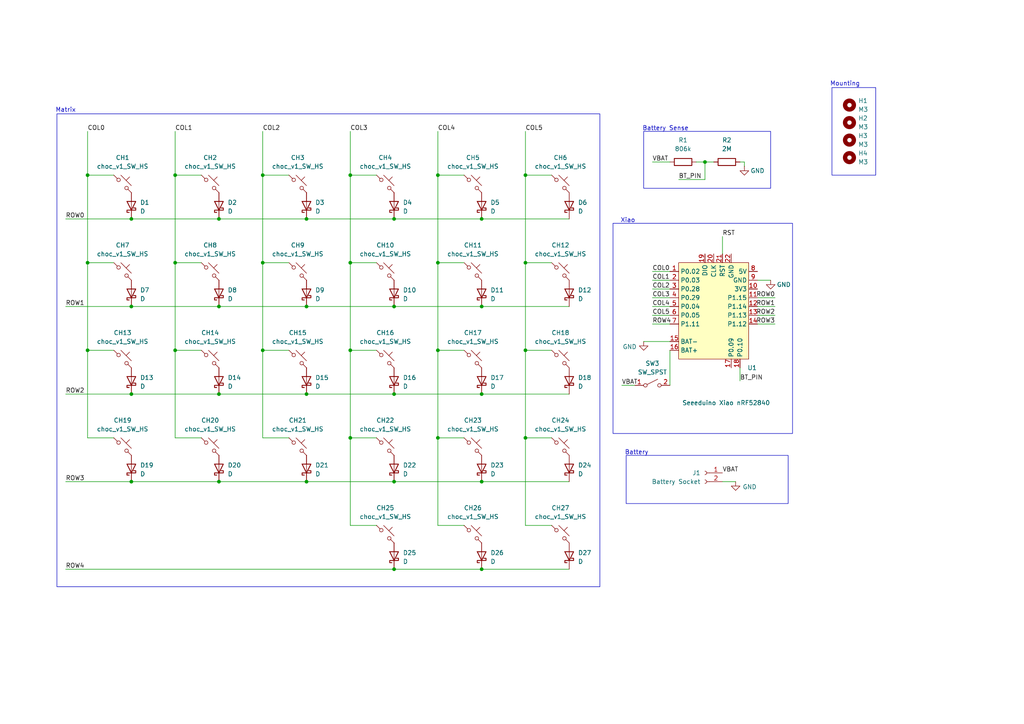
<source format=kicad_sch>
(kicad_sch (version 20250114) (generator "eeschema") (generator_version "9.0")
  (paper "A4")
  (lib_symbols
    (symbol "Connector:Conn_01x02_Socket" (pin_names (offset 1.016) (hide yes))
      (property "Reference" "J" (at 0 2.54 0))
      (property "Value" "Conn_01x02_Socket" (at 0 -5.08 0))
      (symbol "Conn_01x02_Socket_1_1"
        (polyline (pts (xy -1.27 0) (xy -0.508 0)) (stroke (width 0.1524)))
        (polyline (pts (xy -1.27 -2.54) (xy -0.508 -2.54)) (stroke (width 0.1524)))
        (arc (start 0 -0.508) (mid -0.5058 0) (end 0 0.508) (stroke (width 0.1524)))
        (arc (start 0 -3.048) (mid -0.5058 -2.54) (end 0 -2.032) (stroke (width 0.1524)))
        (pin passive line (at -5.08 0 0) (length 3.81) (name "Pin_1") (number "1"))
        (pin passive line (at -5.08 -2.54 0) (length 3.81) (name "Pin_2") (number "2"))
      )
    )
    (symbol "Device:R" (pin_numbers (hide yes)) (pin_names (offset 0))
      (property "Reference" "R" (at 2.032 0 90))
      (property "Value" "R" (at 0 0 90))
      (symbol "R_0_1"
        (rectangle (start -1.016 -2.54) (end 1.016 2.54) (stroke (width 0.254)))
      )
      (symbol "R_1_1"
        (pin passive line (at 0 3.81 270) (length 1.27) (name "~") (number "1"))
        (pin passive line (at 0 -3.81 90) (length 1.27) (name "~") (number "2"))
      )
    )
    (symbol "Diode:1N5819" (pin_numbers (hide yes)) (pin_names (offset 1.016) (hide yes))
      (property "Reference" "D" (at 0 2.54 0))
      (property "Value" "1N5819" (at 0 -2.54 0))
      (symbol "1N5819_0_1"
        (polyline (pts (xy -1.905 0.635) (xy -1.905 1.27) (xy -1.27 1.27) (xy -1.27 -1.27) (xy -0.635 -1.27) (xy -0.635 -0.635)) (stroke (width 0.254)))
        (polyline (pts (xy 1.27 1.27) (xy 1.27 -1.27) (xy -1.27 0) (xy 1.27 1.27)) (stroke (width 0.254)))
        (polyline (pts (xy 1.27 0) (xy -1.27 0)))
      )
      (symbol "1N5819_1_1"
        (pin passive line (at -3.81 0 0) (length 2.54) (name "K") (number "1"))
        (pin passive line (at 3.81 0 180) (length 2.54) (name "A") (number "2"))
      )
    )
    (symbol "Mechanical:MountingHole" (pin_names (offset 1.016)) (in_bom no)
      (property "Reference" "H" (at 0 5.08 0))
      (property "Value" "MountingHole" (at 0 3.175 0))
      (symbol "MountingHole_0_1"
        (circle (center 0 0) (radius 1.27) (stroke (width 1.27)))
      )
    )
    (symbol "PCM_marbastlib-choc:choc_v1_SW_HS_CPG135001S30" (pin_numbers (hide yes)) (pin_names (offset 1.016) (hide yes))
      (property "Reference" "CH" (at 3.048 1.016 0))
      (property "Value" "choc_v1_SW_HS" (at 0 -3.81 0))
      (symbol "choc_v1_SW_HS_CPG135001S30_0_1"
        (polyline (pts (xy -2.54 2.54) (xy -1.524 1.524) (xy -1.524 1.524)))
        (circle (center -1.1684 1.1684) (radius 0.508))
        (polyline (pts (xy -0.508 2.54) (xy 2.54 -0.508)))
        (polyline (pts (xy 1.016 1.016) (xy 2.032 2.032)))
        (circle (center 1.143 -1.1938) (radius 0.508))
        (polyline (pts (xy 1.524 -1.524) (xy 2.54 -2.54) (xy 2.54 -2.54) (xy 2.54 -2.54)))
        (pin passive line (at -2.54 2.54 0) (length 0) (name "1") (number "1"))
        (pin passive line (at 2.54 -2.54 180) (length 0) (name "2") (number "2"))
      )
    )
    (symbol "PCM_marbastlib-promicroish:Seeeduino_Xiao_nRF52840" (in_bom no)
      (property "Reference" "U" (at -10.16 -12.7 0))
      (property "Value" "Seeeduino Xiao nRF52840" (at -10.16 -15.24 0))
      (symbol "Seeeduino_Xiao_nRF52840_1_0"
        (pin bidirectional line (at -12.7 13.97 0) (length 2.54) (name "P0.02") (number "1"))
        (pin bidirectional line (at -12.7 11.43 0) (length 2.54) (name "P0.03") (number "2"))
        (pin bidirectional line (at -12.7 8.89 0) (length 2.54) (name "P0.28") (number "3"))
        (pin bidirectional line (at -12.7 6.35 0) (length 2.54) (name "P0.29") (number "4"))
        (pin bidirectional line (at -12.7 3.81 0) (length 2.54) (name "P0.04") (number "5"))
        (pin bidirectional line (at -12.7 1.27 0) (length 2.54) (name "P0.05") (number "6"))
        (pin bidirectional line (at -12.7 -1.27 0) (length 2.54) (name "P1.11") (number "7"))
        (pin power_in line (at -12.7 -6.35 0) (length 2.54) (name "BAT-") (number "15"))
        (pin power_in line (at -12.7 -8.89 0) (length 2.54) (name "BAT+") (number "16"))
        (pin bidirectional line (at -2.54 19.05 270) (length 2.54) (name "DIO") (number "19"))
        (pin bidirectional line (at 0 19.05 270) (length 2.54) (name "CLK") (number "20"))
        (pin bidirectional line (at 2.54 19.05 270) (length 2.54) (name "RST") (number "21"))
        (pin power_out line (at 5.08 19.05 270) (length 2.54) (name "GND") (number "22"))
        (pin bidirectional line (at 5.08 -13.97 90) (length 2.54) (name "P0.09") (number "17"))
        (pin bidirectional line (at 7.62 -13.97 90) (length 2.54) (name "P0.10") (number "18"))
        (pin power_out line (at 12.7 13.97 180) (length 2.54) (name "5V") (number "8"))
        (pin power_out line (at 12.7 11.43 180) (length 2.54) (name "GND") (number "9"))
        (pin power_out line (at 12.7 8.89 180) (length 2.54) (name "3V3") (number "10"))
        (pin bidirectional line (at 12.7 6.35 180) (length 2.54) (name "P1.15") (number "11"))
        (pin bidirectional line (at 12.7 3.81 180) (length 2.54) (name "P1.14") (number "12"))
        (pin bidirectional line (at 12.7 1.27 180) (length 2.54) (name "P1.13") (number "13"))
        (pin bidirectional line (at 12.7 -1.27 180) (length 2.54) (name "P1.12") (number "14"))
      )
      (symbol "Seeeduino_Xiao_nRF52840_1_1"
        (rectangle (start -10.16 16.51) (end 10.16 -11.43) (fill (type background)))
      )
    )
    (symbol "Switch:SW_SPST" (pin_names (offset 0) (hide yes))
      (property "Reference" "SW" (at 0 3.175 0))
      (property "Value" "SW_SPST" (at 0 -2.54 0))
      (symbol "SW_SPST_0_0"
        (circle (center -2.032 0) (radius 0.508))
        (polyline (pts (xy -1.524 0.254) (xy 1.524 1.778)))
        (circle (center 2.032 0) (radius 0.508))
      )
      (symbol "SW_SPST_1_1"
        (pin passive line (at -5.08 0 0) (length 2.54) (name "A") (number "1"))
        (pin passive line (at 5.08 0 180) (length 2.54) (name "B") (number "2"))
      )
    )
    (symbol "power:GND" (power) (pin_numbers (hide yes)) (pin_names (offset 0) (hide yes))
      (property "Value" "GND" (at 0 -3.81 0))
      (symbol "GND_0_1"
        (polyline (pts (xy 0 0) (xy 0 -1.27) (xy 1.27 -1.27) (xy 0 -2.54) (xy -1.27 -1.27) (xy 0 -1.27)))
      )
      (symbol "GND_1_1"
        (pin power_in line (at 0 0 270) (length 0) (name "~") (number "1"))
      )
    )
  )
  (rectangle (start 241.3 25.4) (end 254 50.8))
  (rectangle (start 181.61 132.08) (end 228.6 146.05))
  (rectangle (start 16.51 33.02) (end 173.99 170.18))
  (rectangle (start 177.8 64.77) (end 229.87 125.73))
  (rectangle (start 186.69 38.1) (end 223.52 54.61))
  (text "Battery Sense" (at 193.04 37.338 0) (effects (font (size 1.27 1.27))))
  (text "Xiao" (at 182.118 64.008 0) (effects (font (size 1.27 1.27))))
  (text "Mounting" (at 245.11 24.384 0) (effects (font (size 1.27 1.27))))
  (text "Battery" (at 184.658 131.318 0) (effects (font (size 1.27 1.27))))
  (text "Matrix" (at 19.05 32.004 0) (effects (font (size 1.27 1.27))))
  (junction (at 76.2 101.6))
  (junction (at 63.5 88.9))
  (junction (at 25.4 76.2))
  (junction (at 88.9 63.5))
  (junction (at 204.47 46.99))
  (junction (at 38.1 63.5))
  (junction (at 114.3 63.5))
  (junction (at 114.3 114.3))
  (junction (at 139.7 63.5))
  (junction (at 114.3 139.7))
  (junction (at 127 50.8))
  (junction (at 63.5 63.5))
  (junction (at 139.7 88.9))
  (junction (at 152.4 127))
  (junction (at 139.7 114.3))
  (junction (at 152.4 101.6))
  (junction (at 88.9 88.9))
  (junction (at 50.8 76.2))
  (junction (at 25.4 101.6))
  (junction (at 101.6 127))
  (junction (at 88.9 139.7))
  (junction (at 139.7 165.1))
  (junction (at 63.5 114.3))
  (junction (at 127 101.6))
  (junction (at 114.3 88.9))
  (junction (at 127 76.2))
  (junction (at 25.4 50.8))
  (junction (at 38.1 114.3))
  (junction (at 88.9 114.3))
  (junction (at 50.8 101.6))
  (junction (at 76.2 76.2))
  (junction (at 50.8 50.8))
  (junction (at 76.2 50.8))
  (junction (at 101.6 50.8))
  (junction (at 38.1 88.9))
  (junction (at 152.4 76.2))
  (junction (at 63.5 139.7))
  (junction (at 38.1 139.7))
  (junction (at 101.6 101.6))
  (junction (at 101.6 76.2))
  (junction (at 127 127))
  (junction (at 152.4 50.8))
  (junction (at 114.3 165.1))
  (junction (at 139.7 139.7))
  (wire (pts (xy 38.1 88.9) (xy 63.5 88.9)))
  (wire (pts (xy 25.4 50.8) (xy 33.02 50.8)))
  (wire (pts (xy 114.3 139.7) (xy 139.7 139.7)))
  (wire (pts (xy 114.3 88.9) (xy 139.7 88.9)))
  (wire (pts (xy 76.2 127) (xy 83.82 127)))
  (wire (pts (xy 152.4 127) (xy 152.4 152.4)))
  (wire (pts (xy 76.2 50.8) (xy 83.82 50.8)))
  (wire (pts (xy 25.4 38.1) (xy 25.4 50.8)))
  (wire (pts (xy 139.7 114.3) (xy 165.1 114.3)))
  (wire (pts (xy 219.71 81.28) (xy 223.52 81.28)))
  (wire (pts (xy 139.7 165.1) (xy 165.1 165.1)))
  (wire (pts (xy 101.6 101.6) (xy 101.6 127)))
  (wire (pts (xy 19.05 165.1) (xy 114.3 165.1)))
  (wire (pts (xy 204.47 52.07) (xy 196.85 52.07)))
  (wire (pts (xy 50.8 101.6) (xy 58.42 101.6)))
  (wire (pts (xy 204.47 46.99) (xy 204.47 52.07)))
  (wire (pts (xy 101.6 50.8) (xy 109.22 50.8)))
  (wire (pts (xy 63.5 114.3) (xy 88.9 114.3)))
  (wire (pts (xy 88.9 88.9) (xy 114.3 88.9)))
  (wire (pts (xy 101.6 101.6) (xy 109.22 101.6)))
  (wire (pts (xy 152.4 127) (xy 160.02 127)))
  (wire (pts (xy 127 127) (xy 127 152.4)))
  (wire (pts (xy 101.6 127) (xy 101.6 152.4)))
  (wire (pts (xy 189.23 78.74) (xy 194.31 78.74)))
  (wire (pts (xy 88.9 63.5) (xy 114.3 63.5)))
  (wire (pts (xy 152.4 76.2) (xy 160.02 76.2)))
  (wire (pts (xy 127 101.6) (xy 134.62 101.6)))
  (wire (pts (xy 76.2 101.6) (xy 83.82 101.6)))
  (wire (pts (xy 214.63 106.68) (xy 214.63 110.49)))
  (wire (pts (xy 152.4 76.2) (xy 152.4 101.6)))
  (wire (pts (xy 76.2 76.2) (xy 83.82 76.2)))
  (wire (pts (xy 152.4 50.8) (xy 152.4 76.2)))
  (wire (pts (xy 189.23 86.36) (xy 194.31 86.36)))
  (wire (pts (xy 189.23 93.98) (xy 194.31 93.98)))
  (wire (pts (xy 224.79 86.36) (xy 219.71 86.36)))
  (wire (pts (xy 152.4 38.1) (xy 152.4 50.8)))
  (wire (pts (xy 114.3 165.1) (xy 139.7 165.1)))
  (wire (pts (xy 134.62 152.4) (xy 127 152.4)))
  (wire (pts (xy 189.23 88.9) (xy 194.31 88.9)))
  (wire (pts (xy 189.23 83.82) (xy 194.31 83.82)))
  (wire (pts (xy 101.6 38.1) (xy 101.6 50.8)))
  (wire (pts (xy 201.93 46.99) (xy 204.47 46.99)))
  (wire (pts (xy 101.6 50.8) (xy 101.6 76.2)))
  (wire (pts (xy 215.9 46.99) (xy 215.9 48.26)))
  (wire (pts (xy 152.4 101.6) (xy 152.4 127)))
  (wire (pts (xy 25.4 127) (xy 33.02 127)))
  (wire (pts (xy 76.2 50.8) (xy 76.2 76.2)))
  (wire (pts (xy 50.8 127) (xy 58.42 127)))
  (wire (pts (xy 38.1 114.3) (xy 63.5 114.3)))
  (wire (pts (xy 127 38.1) (xy 127 50.8)))
  (wire (pts (xy 139.7 63.5) (xy 165.1 63.5)))
  (wire (pts (xy 209.55 68.58) (xy 209.55 73.66)))
  (wire (pts (xy 38.1 139.7) (xy 63.5 139.7)))
  (wire (pts (xy 127 127) (xy 134.62 127)))
  (wire (pts (xy 114.3 114.3) (xy 139.7 114.3)))
  (wire (pts (xy 114.3 63.5) (xy 139.7 63.5)))
  (wire (pts (xy 139.7 88.9) (xy 165.1 88.9)))
  (wire (pts (xy 139.7 139.7) (xy 165.1 139.7)))
  (wire (pts (xy 224.79 88.9) (xy 219.71 88.9)))
  (wire (pts (xy 204.47 46.99) (xy 207.01 46.99)))
  (wire (pts (xy 50.8 50.8) (xy 50.8 76.2)))
  (wire (pts (xy 127 76.2) (xy 127 101.6)))
  (wire (pts (xy 25.4 101.6) (xy 25.4 127)))
  (wire (pts (xy 101.6 76.2) (xy 109.22 76.2)))
  (wire (pts (xy 127 50.8) (xy 134.62 50.8)))
  (wire (pts (xy 25.4 76.2) (xy 33.02 76.2)))
  (wire (pts (xy 25.4 101.6) (xy 33.02 101.6)))
  (wire (pts (xy 224.79 91.44) (xy 219.71 91.44)))
  (wire (pts (xy 19.05 88.9) (xy 38.1 88.9)))
  (wire (pts (xy 180.34 111.76) (xy 184.15 111.76)))
  (wire (pts (xy 88.9 114.3) (xy 114.3 114.3)))
  (wire (pts (xy 101.6 127) (xy 109.22 127)))
  (wire (pts (xy 25.4 50.8) (xy 25.4 76.2)))
  (wire (pts (xy 209.55 139.7) (xy 213.36 139.7)))
  (wire (pts (xy 189.23 81.28) (xy 194.31 81.28)))
  (wire (pts (xy 101.6 76.2) (xy 101.6 101.6)))
  (wire (pts (xy 101.6 152.4) (xy 109.22 152.4)))
  (wire (pts (xy 214.63 46.99) (xy 215.9 46.99)))
  (wire (pts (xy 25.4 76.2) (xy 25.4 101.6)))
  (wire (pts (xy 50.8 38.1) (xy 50.8 50.8)))
  (wire (pts (xy 76.2 76.2) (xy 76.2 101.6)))
  (wire (pts (xy 19.05 63.5) (xy 38.1 63.5)))
  (wire (pts (xy 152.4 50.8) (xy 160.02 50.8)))
  (wire (pts (xy 160.02 152.4) (xy 152.4 152.4)))
  (wire (pts (xy 194.31 101.6) (xy 194.31 111.76)))
  (wire (pts (xy 189.23 46.99) (xy 194.31 46.99)))
  (wire (pts (xy 38.1 63.5) (xy 63.5 63.5)))
  (wire (pts (xy 19.05 139.7) (xy 38.1 139.7)))
  (wire (pts (xy 76.2 38.1) (xy 76.2 50.8)))
  (wire (pts (xy 63.5 63.5) (xy 88.9 63.5)))
  (wire (pts (xy 63.5 139.7) (xy 88.9 139.7)))
  (wire (pts (xy 50.8 50.8) (xy 58.42 50.8)))
  (wire (pts (xy 127 76.2) (xy 134.62 76.2)))
  (wire (pts (xy 76.2 101.6) (xy 76.2 127)))
  (wire (pts (xy 50.8 76.2) (xy 50.8 101.6)))
  (wire (pts (xy 63.5 88.9) (xy 88.9 88.9)))
  (wire (pts (xy 19.05 114.3) (xy 38.1 114.3)))
  (wire (pts (xy 152.4 101.6) (xy 160.02 101.6)))
  (wire (pts (xy 186.69 99.06) (xy 194.31 99.06)))
  (wire (pts (xy 88.9 139.7) (xy 114.3 139.7)))
  (wire (pts (xy 50.8 76.2) (xy 58.42 76.2)))
  (wire (pts (xy 189.23 91.44) (xy 194.31 91.44)))
  (wire (pts (xy 127 50.8) (xy 127 76.2)))
  (wire (pts (xy 50.8 101.6) (xy 50.8 127)))
  (wire (pts (xy 127 101.6) (xy 127 127)))
  (wire (pts (xy 224.79 93.98) (xy 219.71 93.98)))
  (label "COL3" (at 101.6 38.1 0))
  (label "VBAT" (at 189.23 46.99 0))
  (label "RST" (at 209.55 68.58 0))
  (label "COL2" (at 189.23 83.82 0))
  (label "ROW1" (at 19.05 88.9 0))
  (label "COL0" (at 189.23 78.74 0))
  (label "ROW2" (at 224.79 91.44 180))
  (label "COL0" (at 25.4 38.1 0))
  (label "ROW0" (at 224.79 86.36 180))
  (label "COL4" (at 189.23 88.9 0))
  (label "ROW0" (at 19.05 63.5 0))
  (label "COL5" (at 152.4 38.1 0))
  (label "COL1" (at 50.8 38.1 0))
  (label "BT_PIN" (at 214.63 110.49 0))
  (label "ROW4" (at 19.05 165.1 0))
  (label "COL3" (at 189.23 86.36 0))
  (label "COL4" (at 127 38.1 0))
  (label "VBAT" (at 209.55 137.16 0))
  (label "VBAT" (at 180.34 111.76 0))
  (label "COL1" (at 189.23 81.28 0))
  (label "ROW3" (at 224.79 93.98 180))
  (label "ROW4" (at 189.23 93.98 0))
  (label "BT_PIN" (at 196.85 52.07 0))
  (label "COL2" (at 76.2 38.1 0))
  (label "ROW2" (at 19.05 114.3 0))
  (label "COL5" (at 189.23 91.44 0))
  (label "ROW3" (at 19.05 139.7 0))
  (label "ROW1" (at 224.79 88.9 180))
  (symbol (lib_id "Diode:1N5819") (at 165.1 161.29 90) (unit 1)
    (property "Reference" "D27" (at 167.64 160.3374 90) (effects (justify right)))
    (property "Value" "D" (at 167.64 162.8774 90) (effects (justify right)))
    (property "Footprint" "Diode_SMD:D_SOD-123" (effects (hide yes)))
    (property "Datasheet" "http://www.vishay.com/docs/88525/1n5817.pdf" (effects (hide yes)))
    (property "Description" "40V 1A Schottky Barrier Rectifier Diode, DO-41" (effects (hide yes)))
    (property "Sim.Device" "D" (effects (hide yes)))
    (property "Sim.Pins" "1=K 2=A" (effects (hide yes)))
    (instances (project "split-keeb-v2" (path "" (reference "D27") (unit 1)) (path "" (reference "D54") (unit 1))))
  )
  (symbol (lib_id "power:GND") (at 213.36 139.7 0) (unit 1)
    (property "Reference" "#PWR03" (effects (hide yes)))
    (property "Value" "GND" (at 217.424 141.224 0))
    (property "Description" "Power symbol creates a global label with name \"GND\" , ground" (effects (hide yes)))
    (instances (project "split-keeb-v2" (path "" (reference "#PWR03") (unit 1)) (path "" (reference "#PWR04") (unit 1))))
  )
  (symbol (lib_id "Diode:1N5819") (at 63.5 110.49 90) (unit 1)
    (property "Reference" "D14" (at 66.04 109.5374 90) (effects (justify right)))
    (property "Value" "D" (at 66.04 112.0774 90) (effects (justify right)))
    (property "Footprint" "Diode_SMD:D_SOD-123" (effects (hide yes)))
    (property "Datasheet" "http://www.vishay.com/docs/88525/1n5817.pdf" (effects (hide yes)))
    (property "Description" "40V 1A Schottky Barrier Rectifier Diode, DO-41" (effects (hide yes)))
    (property "Sim.Device" "D" (effects (hide yes)))
    (property "Sim.Pins" "1=K 2=A" (effects (hide yes)))
    (instances (project "split-keeb-v2" (path "" (reference "D14") (unit 1)) (path "" (reference "D34") (unit 1))))
  )
  (symbol (lib_id "Diode:1N5819") (at 88.9 85.09 90) (unit 1)
    (property "Reference" "D9" (at 91.44 84.1374 90) (effects (justify right)))
    (property "Value" "D" (at 91.44 86.6774 90) (effects (justify right)))
    (property "Footprint" "Diode_SMD:D_SOD-123" (effects (hide yes)))
    (property "Datasheet" "http://www.vishay.com/docs/88525/1n5817.pdf" (effects (hide yes)))
    (property "Description" "40V 1A Schottky Barrier Rectifier Diode, DO-41" (effects (hide yes)))
    (property "Sim.Device" "D" (effects (hide yes)))
    (property "Sim.Pins" "1=K 2=A" (effects (hide yes)))
    (instances (project "split-keeb-v2" (path "" (reference "D9") (unit 1)) (path "" (reference "D37") (unit 1))))
  )
  (symbol (lib_id "PCM_marbastlib-choc:choc_v1_SW_HS_CPG135001S30") (at 111.76 129.54 0) (unit 1)
    (property "Reference" "CH22" (at 111.76 121.92 0))
    (property "Value" "choc_v1_SW_HS" (at 111.76 124.46 0))
    (property "Footprint" "PCM_marbastlib-choc:SW_choc_v1_HS_CPG135001S30_1u" (effects (hide yes)))
    (property "Description" "Push button switch, normally open, two pins, 45° tilted" (effects (hide yes)))
    (instances (project "split-keeb-v2" (path "" (reference "CH22") (unit 1)) (path "" (reference "CH49") (unit 1))))
  )
  (symbol (lib_id "Diode:1N5819") (at 165.1 135.89 90) (unit 1)
    (property "Reference" "D24" (at 167.64 134.9374 90) (effects (justify right)))
    (property "Value" "D" (at 167.64 137.4774 90) (effects (justify right)))
    (property "Footprint" "Diode_SMD:D_SOD-123" (effects (hide yes)))
    (property "Datasheet" "http://www.vishay.com/docs/88525/1n5817.pdf" (effects (hide yes)))
    (property "Description" "40V 1A Schottky Barrier Rectifier Diode, DO-41" (effects (hide yes)))
    (property "Sim.Device" "D" (effects (hide yes)))
    (property "Sim.Pins" "1=K 2=A" (effects (hide yes)))
    (instances (project "split-keeb-v2" (path "" (reference "D24") (unit 1)) (path "" (reference "D53") (unit 1))))
  )
  (symbol (lib_id "PCM_marbastlib-choc:choc_v1_SW_HS_CPG135001S30") (at 137.16 129.54 0) (unit 1)
    (property "Reference" "CH23" (at 137.16 121.92 0))
    (property "Value" "choc_v1_SW_HS" (at 137.16 124.46 0))
    (property "Footprint" "PCM_marbastlib-choc:SW_choc_v1_HS_CPG135001S30_1u" (effects (hide yes)))
    (property "Description" "Push button switch, normally open, two pins, 45° tilted" (effects (hide yes)))
    (instances (project "split-keeb-v2" (path "" (reference "CH23") (unit 1)) (path "" (reference "CH50") (unit 1))))
  )
  (symbol (lib_id "Diode:1N5819") (at 139.7 135.89 90) (unit 1)
    (property "Reference" "D23" (at 142.24 134.9374 90) (effects (justify right)))
    (property "Value" "D" (at 142.24 137.4774 90) (effects (justify right)))
    (property "Footprint" "Diode_SMD:D_SOD-123" (effects (hide yes)))
    (property "Datasheet" "http://www.vishay.com/docs/88525/1n5817.pdf" (effects (hide yes)))
    (property "Description" "40V 1A Schottky Barrier Rectifier Diode, DO-41" (effects (hide yes)))
    (property "Sim.Device" "D" (effects (hide yes)))
    (property "Sim.Pins" "1=K 2=A" (effects (hide yes)))
    (instances (project "split-keeb-v2" (path "" (reference "D23") (unit 1)) (path "" (reference "D48") (unit 1))))
  )
  (symbol (lib_id "Diode:1N5819") (at 114.3 135.89 90) (unit 1)
    (property "Reference" "D22" (at 116.84 134.9374 90) (effects (justify right)))
    (property "Value" "D" (at 116.84 137.4774 90) (effects (justify right)))
    (property "Footprint" "Diode_SMD:D_SOD-123" (effects (hide yes)))
    (property "Datasheet" "http://www.vishay.com/docs/88525/1n5817.pdf" (effects (hide yes)))
    (property "Description" "40V 1A Schottky Barrier Rectifier Diode, DO-41" (effects (hide yes)))
    (property "Sim.Device" "D" (effects (hide yes)))
    (property "Sim.Pins" "1=K 2=A" (effects (hide yes)))
    (instances (project "split-keeb-v2" (path "" (reference "D22") (unit 1)) (path "" (reference "D43") (unit 1))))
  )
  (symbol (lib_id "PCM_marbastlib-choc:choc_v1_SW_HS_CPG135001S30") (at 60.96 104.14 0) (unit 1)
    (property "Reference" "CH14" (at 60.96 96.52 0))
    (property "Value" "choc_v1_SW_HS" (at 60.96 99.06 0))
    (property "Footprint" "PCM_marbastlib-choc:SW_choc_v1_HS_CPG135001S30_1u" (effects (hide yes)))
    (property "Description" "Push button switch, normally open, two pins, 45° tilted" (effects (hide yes)))
    (instances (project "split-keeb-v2" (path "" (reference "CH14") (unit 1)) (path "" (reference "CH41") (unit 1))))
  )
  (symbol (lib_id "Diode:1N5819") (at 88.9 59.69 90) (unit 1)
    (property "Reference" "D3" (at 91.44 58.7374 90) (effects (justify right)))
    (property "Value" "D" (at 91.44 61.2774 90) (effects (justify right)))
    (property "Footprint" "Diode_SMD:D_SOD-123" (effects (hide yes)))
    (property "Datasheet" "http://www.vishay.com/docs/88525/1n5817.pdf" (effects (hide yes)))
    (property "Description" "40V 1A Schottky Barrier Rectifier Diode, DO-41" (effects (hide yes)))
    (property "Sim.Device" "D" (effects (hide yes)))
    (property "Sim.Pins" "1=K 2=A" (effects (hide yes)))
    (instances (project "split-keeb-v2" (path "" (reference "D3") (unit 1)) (path "" (reference "D36") (unit 1))))
  )
  (symbol (lib_id "Device:R") (at 198.12 46.99 90) (unit 1)
    (property "Reference" "R1" (at 198.12 40.64 90))
    (property "Value" "806k" (at 198.12 43.18 90))
    (property "Footprint" "Resistor_SMD:R_0805_2012Metric" (effects (hide yes)))
    (property "Description" "Resistor" (effects (hide yes)))
    (instances (project "" (path "" (reference "R1") (unit 1)) (path "" (reference "R3") (unit 1))))
  )
  (symbol (lib_id "PCM_marbastlib-choc:choc_v1_SW_HS_CPG135001S30") (at 60.96 129.54 0) (unit 1)
    (property "Reference" "CH20" (at 60.96 121.92 0))
    (property "Value" "choc_v1_SW_HS" (at 60.96 124.46 0))
    (property "Footprint" "PCM_marbastlib-choc:SW_choc_v1_HS_CPG135001S30_1u" (effects (hide yes)))
    (property "Description" "Push button switch, normally open, two pins, 45° tilted" (effects (hide yes)))
    (instances (project "split-keeb-v2" (path "" (reference "CH20") (unit 1)) (path "" (reference "CH47") (unit 1))))
  )
  (symbol (lib_id "PCM_marbastlib-choc:choc_v1_SW_HS_CPG135001S30") (at 111.76 104.14 0) (unit 1)
    (property "Reference" "CH16" (at 111.76 96.52 0))
    (property "Value" "choc_v1_SW_HS" (at 111.76 99.06 0))
    (property "Footprint" "PCM_marbastlib-choc:SW_choc_v1_HS_CPG135001S30_1u" (effects (hide yes)))
    (property "Description" "Push button switch, normally open, two pins, 45° tilted" (effects (hide yes)))
    (instances (project "split-keeb-v2" (path "" (reference "CH16") (unit 1)) (path "" (reference "CH43") (unit 1))))
  )
  (symbol (lib_id "Diode:1N5819") (at 139.7 161.29 90) (unit 1)
    (property "Reference" "D26" (at 142.24 160.3374 90) (effects (justify right)))
    (property "Value" "D" (at 142.24 162.8774 90) (effects (justify right)))
    (property "Footprint" "Diode_SMD:D_SOD-123" (effects (hide yes)))
    (property "Datasheet" "http://www.vishay.com/docs/88525/1n5817.pdf" (effects (hide yes)))
    (property "Description" "40V 1A Schottky Barrier Rectifier Diode, DO-41" (effects (hide yes)))
    (property "Sim.Device" "D" (effects (hide yes)))
    (property "Sim.Pins" "1=K 2=A" (effects (hide yes)))
    (instances (project "split-keeb-v2" (path "" (reference "D26") (unit 1)) (path "" (reference "D49") (unit 1))))
  )
  (symbol (lib_id "PCM_marbastlib-choc:choc_v1_SW_HS_CPG135001S30") (at 111.76 154.94 0) (unit 1)
    (property "Reference" "CH25" (at 111.76 147.32 0))
    (property "Value" "choc_v1_SW_HS" (at 111.76 149.86 0))
    (property "Footprint" "PCM_marbastlib-choc:SW_choc_v1_HS_CPG135001S30_1u" (effects (hide yes)))
    (property "Description" "Push button switch, normally open, two pins, 45° tilted" (effects (hide yes)))
    (instances (project "split-keeb-v2" (path "" (reference "CH25") (unit 1)) (path "" (reference "CH52") (unit 1))))
  )
  (symbol (lib_id "Switch:SW_SPST") (at 189.23 111.76 0) (unit 1)
    (property "Reference" "SW3" (at 189.23 105.41 0))
    (property "Value" "SW_SPST" (at 189.23 107.95 0))
    (property "Footprint" "Button_Switch_SMD:SW_SPDT_PCM12" (effects (hide yes)))
    (property "Description" "Single Pole Single Throw (SPST) switch" (effects (hide yes)))
    (instances (project "" (path "" (reference "SW3") (unit 1)) (path "" (reference "SW4") (unit 1))))
  )
  (symbol (lib_id "Diode:1N5819") (at 88.9 135.89 90) (unit 1)
    (property "Reference" "D21" (at 91.44 134.9374 90) (effects (justify right)))
    (property "Value" "D" (at 91.44 137.4774 90) (effects (justify right)))
    (property "Footprint" "Diode_SMD:D_SOD-123" (effects (hide yes)))
    (property "Datasheet" "http://www.vishay.com/docs/88525/1n5817.pdf" (effects (hide yes)))
    (property "Description" "40V 1A Schottky Barrier Rectifier Diode, DO-41" (effects (hide yes)))
    (property "Sim.Device" "D" (effects (hide yes)))
    (property "Sim.Pins" "1=K 2=A" (effects (hide yes)))
    (instances (project "split-keeb-v2" (path "" (reference "D21") (unit 1)) (path "" (reference "D39") (unit 1))))
  )
  (symbol (lib_id "Diode:1N5819") (at 38.1 85.09 90) (unit 1)
    (property "Reference" "D7" (at 40.64 84.1374 90) (effects (justify right)))
    (property "Value" "D" (at 40.64 86.6774 90) (effects (justify right)))
    (property "Footprint" "Diode_SMD:D_SOD-123" (effects (hide yes)))
    (property "Datasheet" "http://www.vishay.com/docs/88525/1n5817.pdf" (effects (hide yes)))
    (property "Description" "40V 1A Schottky Barrier Rectifier Diode, DO-41" (effects (hide yes)))
    (property "Sim.Device" "D" (effects (hide yes)))
    (property "Sim.Pins" "1=K 2=A" (effects (hide yes)))
    (instances (project "split-keeb-v2" (path "" (reference "D7") (unit 1)) (path "" (reference "D29") (unit 1))))
  )
  (symbol (lib_id "Diode:1N5819") (at 63.5 59.69 90) (unit 1)
    (property "Reference" "D2" (at 66.04 58.7374 90) (effects (justify right)))
    (property "Value" "D" (at 66.04 61.2774 90) (effects (justify right)))
    (property "Footprint" "Diode_SMD:D_SOD-123" (effects (hide yes)))
    (property "Datasheet" "http://www.vishay.com/docs/88525/1n5817.pdf" (effects (hide yes)))
    (property "Description" "40V 1A Schottky Barrier Rectifier Diode, DO-41" (effects (hide yes)))
    (property "Sim.Device" "D" (effects (hide yes)))
    (property "Sim.Pins" "1=K 2=A" (effects (hide yes)))
    (instances (project "split-keeb-v2" (path "" (reference "D2") (unit 1)) (path "" (reference "D32") (unit 1))))
  )
  (symbol (lib_id "Diode:1N5819") (at 165.1 85.09 90) (unit 1)
    (property "Reference" "D12" (at 167.64 84.1374 90) (effects (justify right)))
    (property "Value" "D" (at 167.64 86.6774 90) (effects (justify right)))
    (property "Footprint" "Diode_SMD:D_SOD-123" (effects (hide yes)))
    (property "Datasheet" "http://www.vishay.com/docs/88525/1n5817.pdf" (effects (hide yes)))
    (property "Description" "40V 1A Schottky Barrier Rectifier Diode, DO-41" (effects (hide yes)))
    (property "Sim.Device" "D" (effects (hide yes)))
    (property "Sim.Pins" "1=K 2=A" (effects (hide yes)))
    (instances (project "split-keeb-v2" (path "" (reference "D12") (unit 1)) (path "" (reference "D51") (unit 1))))
  )
  (symbol (lib_id "Device:R") (at 210.82 46.99 90) (unit 1)
    (property "Reference" "R2" (at 210.82 40.64 90))
    (property "Value" "2M" (at 210.82 43.18 90))
    (property "Footprint" "Resistor_SMD:R_0805_2012Metric" (effects (hide yes)))
    (property "Description" "Resistor" (effects (hide yes)))
    (instances (project "split-keeb-v2" (path "" (reference "R2") (unit 1)) (path "" (reference "R4") (unit 1))))
  )
  (symbol (lib_id "PCM_marbastlib-choc:choc_v1_SW_HS_CPG135001S30") (at 162.56 154.94 0) (unit 1)
    (property "Reference" "CH27" (at 162.56 147.32 0))
    (property "Value" "choc_v1_SW_HS" (at 162.56 149.86 0))
    (property "Footprint" "PCM_marbastlib-choc:SW_choc_v1_HS_CPG135001S30_1u" (effects (hide yes)))
    (property "Description" "Push button switch, normally open, two pins, 45° tilted" (effects (hide yes)))
    (instances (project "split-keeb-v2" (path "" (reference "CH27") (unit 1)) (path "" (reference "CH54") (unit 1))))
  )
  (symbol (lib_id "Mechanical:MountingHole") (at 246.38 45.72 0) (unit 1) (in_bom no)
    (property "Reference" "H4" (at 248.92 44.4499 0) (effects (justify left)))
    (property "Value" "M3" (at 248.92 46.9899 0) (effects (justify left)))
    (property "Footprint" "MountingHole:MountingHole_3.2mm_M3" (effects (hide yes)))
    (property "Description" "Mounting Hole without connection" (effects (hide yes)))
    (instances (project "split-keeb-v2" (path "" (reference "H4") (unit 1)) (path "" (reference "H8") (unit 1))))
  )
  (symbol (lib_id "PCM_marbastlib-choc:choc_v1_SW_HS_CPG135001S30") (at 137.16 154.94 0) (unit 1)
    (property "Reference" "CH26" (at 137.16 147.32 0))
    (property "Value" "choc_v1_SW_HS" (at 137.16 149.86 0))
    (property "Footprint" "PCM_marbastlib-choc:SW_choc_v1_HS_CPG135001S30_1u" (effects (hide yes)))
    (property "Description" "Push button switch, normally open, two pins, 45° tilted" (effects (hide yes)))
    (instances (project "split-keeb-v2" (path "" (reference "CH26") (unit 1)) (path "" (reference "CH53") (unit 1))))
  )
  (symbol (lib_id "PCM_marbastlib-promicroish:Seeeduino_Xiao_nRF52840") (at 207.01 92.71 0) (unit 1) (in_bom no)
    (property "Reference" "U1" (at 216.7733 106.68 0) (effects (justify left)))
    (property "Value" "Seeeduino Xiao nRF52840" (at 197.866 116.84 0) (effects (justify left)))
    (property "Footprint" "PCM_marbastlib-xp-promicroish:Xiao_nRF52840_ACH" (effects (hide yes)))
    (property "Description" "Symbol for a Seeeduino Xiao nRF52840" (effects (hide yes)))
    (instances (project "" (path "" (reference "U1") (unit 1)) (path "" (reference "U2") (unit 1))))
  )
  (symbol (lib_id "PCM_marbastlib-choc:choc_v1_SW_HS_CPG135001S30") (at 35.56 78.74 0) (unit 1)
    (property "Reference" "CH7" (at 35.56 71.12 0))
    (property "Value" "choc_v1_SW_HS" (at 35.56 73.66 0))
    (property "Footprint" "PCM_marbastlib-choc:SW_choc_v1_HS_CPG135001S30_1u" (effects (hide yes)))
    (property "Description" "Push button switch, normally open, two pins, 45° tilted" (effects (hide yes)))
    (instances (project "split-keeb-v2" (path "" (reference "CH7") (unit 1)) (path "" (reference "CH34") (unit 1))))
  )
  (symbol (lib_id "Diode:1N5819") (at 114.3 59.69 90) (unit 1)
    (property "Reference" "D4" (at 116.84 58.7374 90) (effects (justify right)))
    (property "Value" "D" (at 116.84 61.2774 90) (effects (justify right)))
    (property "Footprint" "Diode_SMD:D_SOD-123" (effects (hide yes)))
    (property "Datasheet" "http://www.vishay.com/docs/88525/1n5817.pdf" (effects (hide yes)))
    (property "Description" "40V 1A Schottky Barrier Rectifier Diode, DO-41" (effects (hide yes)))
    (property "Sim.Device" "D" (effects (hide yes)))
    (property "Sim.Pins" "1=K 2=A" (effects (hide yes)))
    (instances (project "split-keeb-v2" (path "" (reference "D4") (unit 1)) (path "" (reference "D40") (unit 1))))
  )
  (symbol (lib_id "Mechanical:MountingHole") (at 246.38 40.64 0) (unit 1) (in_bom no)
    (property "Reference" "H3" (at 248.92 39.3699 0) (effects (justify left)))
    (property "Value" "M3" (at 248.92 41.9099 0) (effects (justify left)))
    (property "Footprint" "MountingHole:MountingHole_3.2mm_M3" (effects (hide yes)))
    (property "Description" "Mounting Hole without connection" (effects (hide yes)))
    (instances (project "split-keeb-v2" (path "" (reference "H3") (unit 1)) (path "" (reference "H7") (unit 1))))
  )
  (symbol (lib_id "Diode:1N5819") (at 88.9 110.49 90) (unit 1)
    (property "Reference" "D15" (at 91.44 109.5374 90) (effects (justify right)))
    (property "Value" "D" (at 91.44 112.0774 90) (effects (justify right)))
    (property "Footprint" "Diode_SMD:D_SOD-123" (effects (hide yes)))
    (property "Datasheet" "http://www.vishay.com/docs/88525/1n5817.pdf" (effects (hide yes)))
    (property "Description" "40V 1A Schottky Barrier Rectifier Diode, DO-41" (effects (hide yes)))
    (property "Sim.Device" "D" (effects (hide yes)))
    (property "Sim.Pins" "1=K 2=A" (effects (hide yes)))
    (instances (project "split-keeb-v2" (path "" (reference "D15") (unit 1)) (path "" (reference "D38") (unit 1))))
  )
  (symbol (lib_id "power:GND") (at 223.52 81.28 0) (unit 1)
    (property "Reference" "#PWR08" (effects (hide yes)))
    (property "Value" "GND" (at 227.33 82.55 0))
    (property "Description" "Power symbol creates a global label with name \"GND\" , ground" (effects (hide yes)))
    (instances (project "" (path "" (reference "#PWR08") (unit 1)) (path "" (reference "#PWR0101") (unit 1))))
  )
  (symbol (lib_id "Diode:1N5819") (at 165.1 59.69 90) (unit 1)
    (property "Reference" "D6" (at 167.64 58.7374 90) (effects (justify right)))
    (property "Value" "D" (at 167.64 61.2774 90) (effects (justify right)))
    (property "Footprint" "Diode_SMD:D_SOD-123" (effects (hide yes)))
    (property "Datasheet" "http://www.vishay.com/docs/88525/1n5817.pdf" (effects (hide yes)))
    (property "Description" "40V 1A Schottky Barrier Rectifier Diode, DO-41" (effects (hide yes)))
    (property "Sim.Device" "D" (effects (hide yes)))
    (property "Sim.Pins" "1=K 2=A" (effects (hide yes)))
    (instances (project "split-keeb-v2" (path "" (reference "D6") (unit 1)) (path "" (reference "D50") (unit 1))))
  )
  (symbol (lib_id "PCM_marbastlib-choc:choc_v1_SW_HS_CPG135001S30") (at 111.76 53.34 0) (unit 1)
    (property "Reference" "CH4" (at 111.76 45.72 0))
    (property "Value" "choc_v1_SW_HS" (at 111.76 48.26 0))
    (property "Footprint" "PCM_marbastlib-choc:SW_choc_v1_HS_CPG135001S30_1u" (effects (hide yes)))
    (property "Description" "Push button switch, normally open, two pins, 45° tilted" (effects (hide yes)))
    (instances (project "split-keeb-v2" (path "" (reference "CH4") (unit 1)) (path "" (reference "CH31") (unit 1))))
  )
  (symbol (lib_id "Diode:1N5819") (at 38.1 59.69 90) (unit 1)
    (property "Reference" "D1" (at 40.64 58.7374 90) (effects (justify right)))
    (property "Value" "D" (at 40.64 61.2774 90) (effects (justify right)))
    (property "Footprint" "Diode_SMD:D_SOD-123" (effects (hide yes)))
    (property "Datasheet" "http://www.vishay.com/docs/88525/1n5817.pdf" (effects (hide yes)))
    (property "Description" "40V 1A Schottky Barrier Rectifier Diode, DO-41" (effects (hide yes)))
    (property "Sim.Device" "D" (effects (hide yes)))
    (property "Sim.Pins" "1=K 2=A" (effects (hide yes)))
    (instances (project "" (path "" (reference "D1") (unit 1)) (path "" (reference "D28") (unit 1))))
  )
  (symbol (lib_id "Diode:1N5819") (at 63.5 85.09 90) (unit 1)
    (property "Reference" "D8" (at 66.04 84.1374 90) (effects (justify right)))
    (property "Value" "D" (at 66.04 86.6774 90) (effects (justify right)))
    (property "Footprint" "Diode_SMD:D_SOD-123" (effects (hide yes)))
    (property "Datasheet" "http://www.vishay.com/docs/88525/1n5817.pdf" (effects (hide yes)))
    (property "Description" "40V 1A Schottky Barrier Rectifier Diode, DO-41" (effects (hide yes)))
    (property "Sim.Device" "D" (effects (hide yes)))
    (property "Sim.Pins" "1=K 2=A" (effects (hide yes)))
    (instances (project "split-keeb-v2" (path "" (reference "D8") (unit 1)) (path "" (reference "D33") (unit 1))))
  )
  (symbol (lib_id "Diode:1N5819") (at 139.7 110.49 90) (unit 1)
    (property "Reference" "D17" (at 142.24 109.5374 90) (effects (justify right)))
    (property "Value" "D" (at 142.24 112.0774 90) (effects (justify right)))
    (property "Footprint" "Diode_SMD:D_SOD-123" (effects (hide yes)))
    (property "Datasheet" "http://www.vishay.com/docs/88525/1n5817.pdf" (effects (hide yes)))
    (property "Description" "40V 1A Schottky Barrier Rectifier Diode, DO-41" (effects (hide yes)))
    (property "Sim.Device" "D" (effects (hide yes)))
    (property "Sim.Pins" "1=K 2=A" (effects (hide yes)))
    (instances (project "split-keeb-v2" (path "" (reference "D17") (unit 1)) (path "" (reference "D47") (unit 1))))
  )
  (symbol (lib_id "Diode:1N5819") (at 114.3 161.29 90) (unit 1)
    (property "Reference" "D25" (at 116.84 160.3374 90) (effects (justify right)))
    (property "Value" "D" (at 116.84 162.8774 90) (effects (justify right)))
    (property "Footprint" "Diode_SMD:D_SOD-123" (effects (hide yes)))
    (property "Datasheet" "http://www.vishay.com/docs/88525/1n5817.pdf" (effects (hide yes)))
    (property "Description" "40V 1A Schottky Barrier Rectifier Diode, DO-41" (effects (hide yes)))
    (property "Sim.Device" "D" (effects (hide yes)))
    (property "Sim.Pins" "1=K 2=A" (effects (hide yes)))
    (instances (project "split-keeb-v2" (path "" (reference "D25") (unit 1)) (path "" (reference "D44") (unit 1))))
  )
  (symbol (lib_id "Diode:1N5819") (at 165.1 110.49 90) (unit 1)
    (property "Reference" "D18" (at 167.64 109.5374 90) (effects (justify right)))
    (property "Value" "D" (at 167.64 112.0774 90) (effects (justify right)))
    (property "Footprint" "Diode_SMD:D_SOD-123" (effects (hide yes)))
    (property "Datasheet" "http://www.vishay.com/docs/88525/1n5817.pdf" (effects (hide yes)))
    (property "Description" "40V 1A Schottky Barrier Rectifier Diode, DO-41" (effects (hide yes)))
    (property "Sim.Device" "D" (effects (hide yes)))
    (property "Sim.Pins" "1=K 2=A" (effects (hide yes)))
    (instances (project "split-keeb-v2" (path "" (reference "D18") (unit 1)) (path "" (reference "D52") (unit 1))))
  )
  (symbol (lib_id "Diode:1N5819") (at 38.1 110.49 90) (unit 1)
    (property "Reference" "D13" (at 40.64 109.5374 90) (effects (justify right)))
    (property "Value" "D" (at 40.64 112.0774 90) (effects (justify right)))
    (property "Footprint" "Diode_SMD:D_SOD-123" (effects (hide yes)))
    (property "Datasheet" "http://www.vishay.com/docs/88525/1n5817.pdf" (effects (hide yes)))
    (property "Description" "40V 1A Schottky Barrier Rectifier Diode, DO-41" (effects (hide yes)))
    (property "Sim.Device" "D" (effects (hide yes)))
    (property "Sim.Pins" "1=K 2=A" (effects (hide yes)))
    (instances (project "split-keeb-v2" (path "" (reference "D13") (unit 1)) (path "" (reference "D30") (unit 1))))
  )
  (symbol (lib_id "power:GND") (at 215.9 48.26 0) (unit 1)
    (property "Reference" "#PWR07" (effects (hide yes)))
    (property "Value" "GND" (at 219.71 49.53 0))
    (property "Description" "Power symbol creates a global label with name \"GND\" , ground" (effects (hide yes)))
    (instances (project "split-keeb-v2" (path "" (reference "#PWR07") (unit 1)) (path "" (reference "#PWR06") (unit 1))))
  )
  (symbol (lib_id "Connector:Conn_01x02_Socket") (at 204.47 137.16 0) (mirror y) (unit 1)
    (property "Reference" "J1" (at 203.2 137.1599 0) (effects (justify left)))
    (property "Value" "Battery Socket" (at 203.2 139.6999 0) (effects (justify left)))
    (property "Footprint" "PCM_marbastlib-various:CON_JST_ACH_BM02B" (effects (hide yes)))
    (property "Description" "Generic connector, single row, 01x02, script generated" (effects (hide yes)))
    (instances (project "" (path "" (reference "J1") (unit 1)) (path "" (reference "J2") (unit 1))))
  )
  (symbol (lib_id "Diode:1N5819") (at 114.3 110.49 90) (unit 1)
    (property "Reference" "D16" (at 116.84 109.5374 90) (effects (justify right)))
    (property "Value" "D" (at 116.84 112.0774 90) (effects (justify right)))
    (property "Footprint" "Diode_SMD:D_SOD-123" (effects (hide yes)))
    (property "Datasheet" "http://www.vishay.com/docs/88525/1n5817.pdf" (effects (hide yes)))
    (property "Description" "40V 1A Schottky Barrier Rectifier Diode, DO-41" (effects (hide yes)))
    (property "Sim.Device" "D" (effects (hide yes)))
    (property "Sim.Pins" "1=K 2=A" (effects (hide yes)))
    (instances (project "split-keeb-v2" (path "" (reference "D16") (unit 1)) (path "" (reference "D42") (unit 1))))
  )
  (symbol (lib_id "Diode:1N5819") (at 139.7 85.09 90) (unit 1)
    (property "Reference" "D11" (at 142.24 84.1374 90) (effects (justify right)))
    (property "Value" "D" (at 142.24 86.6774 90) (effects (justify right)))
    (property "Footprint" "Diode_SMD:D_SOD-123" (effects (hide yes)))
    (property "Datasheet" "http://www.vishay.com/docs/88525/1n5817.pdf" (effects (hide yes)))
    (property "Description" "40V 1A Schottky Barrier Rectifier Diode, DO-41" (effects (hide yes)))
    (property "Sim.Device" "D" (effects (hide yes)))
    (property "Sim.Pins" "1=K 2=A" (effects (hide yes)))
    (instances (project "split-keeb-v2" (path "" (reference "D11") (unit 1)) (path "" (reference "D46") (unit 1))))
  )
  (symbol (lib_id "PCM_marbastlib-choc:choc_v1_SW_HS_CPG135001S30") (at 60.96 78.74 0) (unit 1)
    (property "Reference" "CH8" (at 60.96 71.12 0))
    (property "Value" "choc_v1_SW_HS" (at 60.96 73.66 0))
    (property "Footprint" "PCM_marbastlib-choc:SW_choc_v1_HS_CPG135001S30_1u" (effects (hide yes)))
    (property "Description" "Push button switch, normally open, two pins, 45° tilted" (effects (hide yes)))
    (instances (project "split-keeb-v2" (path "" (reference "CH8") (unit 1)) (path "" (reference "CH35") (unit 1))))
  )
  (symbol (lib_id "PCM_marbastlib-choc:choc_v1_SW_HS_CPG135001S30") (at 111.76 78.74 0) (unit 1)
    (property "Reference" "CH10" (at 111.76 71.12 0))
    (property "Value" "choc_v1_SW_HS" (at 111.76 73.66 0))
    (property "Footprint" "PCM_marbastlib-choc:SW_choc_v1_HS_CPG135001S30_1u" (effects (hide yes)))
    (property "Description" "Push button switch, normally open, two pins, 45° tilted" (effects (hide yes)))
    (instances (project "split-keeb-v2" (path "" (reference "CH10") (unit 1)) (path "" (reference "CH37") (unit 1))))
  )
  (symbol (lib_id "PCM_marbastlib-choc:choc_v1_SW_HS_CPG135001S30") (at 60.96 53.34 0) (unit 1)
    (property "Reference" "CH2" (at 60.96 45.72 0))
    (property "Value" "choc_v1_SW_HS" (at 60.96 48.26 0))
    (property "Footprint" "PCM_marbastlib-choc:SW_choc_v1_HS_CPG135001S30_1u" (effects (hide yes)))
    (property "Description" "Push button switch, normally open, two pins, 45° tilted" (effects (hide yes)))
    (instances (project "split-keeb-v2" (path "" (reference "CH2") (unit 1)) (path "" (reference "CH29") (unit 1))))
  )
  (symbol (lib_id "Mechanical:MountingHole") (at 246.38 35.56 0) (unit 1) (in_bom no)
    (property "Reference" "H2" (at 248.92 34.2899 0) (effects (justify left)))
    (property "Value" "M3" (at 248.92 36.8299 0) (effects (justify left)))
    (property "Footprint" "MountingHole:MountingHole_3.2mm_M3" (effects (hide yes)))
    (property "Description" "Mounting Hole without connection" (effects (hide yes)))
    (instances (project "split-keeb-v2" (path "" (reference "H2") (unit 1)) (path "" (reference "H6") (unit 1))))
  )
  (symbol (lib_id "power:GND") (at 186.69 99.06 0) (mirror y) (unit 1)
    (property "Reference" "#PWR05" (effects (hide yes)))
    (property "Value" "GND" (at 182.626 100.584 0))
    (property "Description" "Power symbol creates a global label with name \"GND\" , ground" (effects (hide yes)))
    (instances (project "split-keeb-v2" (path "" (reference "#PWR05") (unit 1)) (path "" (reference "#PWR02") (unit 1))))
  )
  (symbol (lib_id "Diode:1N5819") (at 114.3 85.09 90) (unit 1)
    (property "Reference" "D10" (at 116.84 84.1374 90) (effects (justify right)))
    (property "Value" "D" (at 116.84 86.6774 90) (effects (justify right)))
    (property "Footprint" "Diode_SMD:D_SOD-123" (effects (hide yes)))
    (property "Datasheet" "http://www.vishay.com/docs/88525/1n5817.pdf" (effects (hide yes)))
    (property "Description" "40V 1A Schottky Barrier Rectifier Diode, DO-41" (effects (hide yes)))
    (property "Sim.Device" "D" (effects (hide yes)))
    (property "Sim.Pins" "1=K 2=A" (effects (hide yes)))
    (instances (project "split-keeb-v2" (path "" (reference "D10") (unit 1)) (path "" (reference "D41") (unit 1))))
  )
  (symbol (lib_id "PCM_marbastlib-choc:choc_v1_SW_HS_CPG135001S30") (at 35.56 53.34 0) (unit 1)
    (property "Reference" "CH1" (at 35.56 45.72 0))
    (property "Value" "choc_v1_SW_HS" (at 35.56 48.26 0))
    (property "Footprint" "PCM_marbastlib-choc:SW_choc_v1_HS_CPG135001S30_1u" (effects (hide yes)))
    (property "Description" "Push button switch, normally open, two pins, 45° tilted" (effects (hide yes)))
    (instances (project "" (path "" (reference "CH1") (unit 1)) (path "" (reference "CH28") (unit 1))))
  )
  (symbol (lib_id "PCM_marbastlib-choc:choc_v1_SW_HS_CPG135001S30") (at 162.56 78.74 0) (unit 1)
    (property "Reference" "CH12" (at 162.56 71.12 0))
    (property "Value" "choc_v1_SW_HS" (at 162.56 73.66 0))
    (property "Footprint" "PCM_marbastlib-choc:SW_choc_v1_HS_CPG135001S30_1u" (effects (hide yes)))
    (property "Description" "Push button switch, normally open, two pins, 45° tilted" (effects (hide yes)))
    (instances (project "split-keeb-v2" (path "" (reference "CH12") (unit 1)) (path "" (reference "CH39") (unit 1))))
  )
  (symbol (lib_id "PCM_marbastlib-choc:choc_v1_SW_HS_CPG135001S30") (at 86.36 53.34 0) (unit 1)
    (property "Reference" "CH3" (at 86.36 45.72 0))
    (property "Value" "choc_v1_SW_HS" (at 86.36 48.26 0))
    (property "Footprint" "PCM_marbastlib-choc:SW_choc_v1_HS_CPG135001S30_1u" (effects (hide yes)))
    (property "Description" "Push button switch, normally open, two pins, 45° tilted" (effects (hide yes)))
    (instances (project "split-keeb-v2" (path "" (reference "CH3") (unit 1)) (path "" (reference "CH30") (unit 1))))
  )
  (symbol (lib_id "PCM_marbastlib-choc:choc_v1_SW_HS_CPG135001S30") (at 137.16 104.14 0) (unit 1)
    (property "Reference" "CH17" (at 137.16 96.52 0))
    (property "Value" "choc_v1_SW_HS" (at 137.16 99.06 0))
    (property "Footprint" "PCM_marbastlib-choc:SW_choc_v1_HS_CPG135001S30_1u" (effects (hide yes)))
    (property "Description" "Push button switch, normally open, two pins, 45° tilted" (effects (hide yes)))
    (instances (project "split-keeb-v2" (path "" (reference "CH17") (unit 1)) (path "" (reference "CH44") (unit 1))))
  )
  (symbol (lib_id "PCM_marbastlib-choc:choc_v1_SW_HS_CPG135001S30") (at 162.56 53.34 0) (unit 1)
    (property "Reference" "CH6" (at 162.56 45.72 0))
    (property "Value" "choc_v1_SW_HS" (at 162.56 48.26 0))
    (property "Footprint" "PCM_marbastlib-choc:SW_choc_v1_HS_CPG135001S30_1u" (effects (hide yes)))
    (property "Description" "Push button switch, normally open, two pins, 45° tilted" (effects (hide yes)))
    (instances (project "split-keeb-v2" (path "" (reference "CH6") (unit 1)) (path "" (reference "CH33") (unit 1))))
  )
  (symbol (lib_id "Mechanical:MountingHole") (at 246.38 30.48 0) (unit 1) (in_bom no)
    (property "Reference" "H1" (at 248.92 29.2099 0) (effects (justify left)))
    (property "Value" "M3" (at 248.92 31.7499 0) (effects (justify left)))
    (property "Footprint" "MountingHole:MountingHole_3.2mm_M3" (effects (hide yes)))
    (property "Description" "Mounting Hole without connection" (effects (hide yes)))
    (instances (project "split-keeb-v2" (path "" (reference "H1") (unit 1)) (path "" (reference "H5") (unit 1))))
  )
  (symbol (lib_id "PCM_marbastlib-choc:choc_v1_SW_HS_CPG135001S30") (at 86.36 78.74 0) (unit 1)
    (property "Reference" "CH9" (at 86.36 71.12 0))
    (property "Value" "choc_v1_SW_HS" (at 86.36 73.66 0))
    (property "Footprint" "PCM_marbastlib-choc:SW_choc_v1_HS_CPG135001S30_1u" (effects (hide yes)))
    (property "Description" "Push button switch, normally open, two pins, 45° tilted" (effects (hide yes)))
    (instances (project "split-keeb-v2" (path "" (reference "CH9") (unit 1)) (path "" (reference "CH36") (unit 1))))
  )
  (symbol (lib_id "PCM_marbastlib-choc:choc_v1_SW_HS_CPG135001S30") (at 137.16 78.74 0) (unit 1)
    (property "Reference" "CH11" (at 137.16 71.12 0))
    (property "Value" "choc_v1_SW_HS" (at 137.16 73.66 0))
    (property "Footprint" "PCM_marbastlib-choc:SW_choc_v1_HS_CPG135001S30_1u" (effects (hide yes)))
    (property "Description" "Push button switch, normally open, two pins, 45° tilted" (effects (hide yes)))
    (instances (project "split-keeb-v2" (path "" (reference "CH11") (unit 1)) (path "" (reference "CH38") (unit 1))))
  )
  (symbol (lib_id "Diode:1N5819") (at 139.7 59.69 90) (unit 1)
    (property "Reference" "D5" (at 142.24 58.7374 90) (effects (justify right)))
    (property "Value" "D" (at 142.24 61.2774 90) (effects (justify right)))
    (property "Footprint" "Diode_SMD:D_SOD-123" (effects (hide yes)))
    (property "Datasheet" "http://www.vishay.com/docs/88525/1n5817.pdf" (effects (hide yes)))
    (property "Description" "40V 1A Schottky Barrier Rectifier Diode, DO-41" (effects (hide yes)))
    (property "Sim.Device" "D" (effects (hide yes)))
    (property "Sim.Pins" "1=K 2=A" (effects (hide yes)))
    (instances (project "split-keeb-v2" (path "" (reference "D5") (unit 1)) (path "" (reference "D45") (unit 1))))
  )
  (symbol (lib_id "PCM_marbastlib-choc:choc_v1_SW_HS_CPG135001S30") (at 35.56 129.54 0) (unit 1)
    (property "Reference" "CH19" (at 35.56 121.92 0))
    (property "Value" "choc_v1_SW_HS" (at 35.56 124.46 0))
    (property "Footprint" "PCM_marbastlib-choc:SW_choc_v1_HS_CPG135001S30_1u" (effects (hide yes)))
    (property "Description" "Push button switch, normally open, two pins, 45° tilted" (effects (hide yes)))
    (instances (project "split-keeb-v2" (path "" (reference "CH19") (unit 1)) (path "" (reference "CH46") (unit 1))))
  )
  (symbol (lib_id "PCM_marbastlib-choc:choc_v1_SW_HS_CPG135001S30") (at 86.36 129.54 0) (unit 1)
    (property "Reference" "CH21" (at 86.36 121.92 0))
    (property "Value" "choc_v1_SW_HS" (at 86.36 124.46 0))
    (property "Footprint" "PCM_marbastlib-choc:SW_choc_v1_HS_CPG135001S30_1u" (effects (hide yes)))
    (property "Description" "Push button switch, normally open, two pins, 45° tilted" (effects (hide yes)))
    (instances (project "split-keeb-v2" (path "" (reference "CH21") (unit 1)) (path "" (reference "CH48") (unit 1))))
  )
  (symbol (lib_id "PCM_marbastlib-choc:choc_v1_SW_HS_CPG135001S30") (at 86.36 104.14 0) (unit 1)
    (property "Reference" "CH15" (at 86.36 96.52 0))
    (property "Value" "choc_v1_SW_HS" (at 86.36 99.06 0))
    (property "Footprint" "PCM_marbastlib-choc:SW_choc_v1_HS_CPG135001S30_1u" (effects (hide yes)))
    (property "Description" "Push button switch, normally open, two pins, 45° tilted" (effects (hide yes)))
    (instances (project "split-keeb-v2" (path "" (reference "CH15") (unit 1)) (path "" (reference "CH42") (unit 1))))
  )
  (symbol (lib_id "PCM_marbastlib-choc:choc_v1_SW_HS_CPG135001S30") (at 137.16 53.34 0) (unit 1)
    (property "Reference" "CH5" (at 137.16 45.72 0))
    (property "Value" "choc_v1_SW_HS" (at 137.16 48.26 0))
    (property "Footprint" "PCM_marbastlib-choc:SW_choc_v1_HS_CPG135001S30_1u" (effects (hide yes)))
    (property "Description" "Push button switch, normally open, two pins, 45° tilted" (effects (hide yes)))
    (instances (project "split-keeb-v2" (path "" (reference "CH5") (unit 1)) (path "" (reference "CH32") (unit 1))))
  )
  (symbol (lib_id "PCM_marbastlib-choc:choc_v1_SW_HS_CPG135001S30") (at 35.56 104.14 0) (unit 1)
    (property "Reference" "CH13" (at 35.56 96.52 0))
    (property "Value" "choc_v1_SW_HS" (at 35.56 99.06 0))
    (property "Footprint" "PCM_marbastlib-choc:SW_choc_v1_HS_CPG135001S30_1u" (effects (hide yes)))
    (property "Description" "Push button switch, normally open, two pins, 45° tilted" (effects (hide yes)))
    (instances (project "split-keeb-v2" (path "" (reference "CH13") (unit 1)) (path "" (reference "CH40") (unit 1))))
  )
  (symbol (lib_id "PCM_marbastlib-choc:choc_v1_SW_HS_CPG135001S30") (at 162.56 129.54 0) (unit 1)
    (property "Reference" "CH24" (at 162.56 121.92 0))
    (property "Value" "choc_v1_SW_HS" (at 162.56 124.46 0))
    (property "Footprint" "PCM_marbastlib-choc:SW_choc_v1_HS_CPG135001S30_1u" (effects (hide yes)))
    (property "Description" "Push button switch, normally open, two pins, 45° tilted" (effects (hide yes)))
    (instances (project "split-keeb-v2" (path "" (reference "CH24") (unit 1)) (path "" (reference "CH51") (unit 1))))
  )
  (symbol (lib_id "Diode:1N5819") (at 38.1 135.89 90) (unit 1)
    (property "Reference" "D19" (at 40.64 134.9374 90) (effects (justify right)))
    (property "Value" "D" (at 40.64 137.4774 90) (effects (justify right)))
    (property "Footprint" "Diode_SMD:D_SOD-123" (effects (hide yes)))
    (property "Datasheet" "http://www.vishay.com/docs/88525/1n5817.pdf" (effects (hide yes)))
    (property "Description" "40V 1A Schottky Barrier Rectifier Diode, DO-41" (effects (hide yes)))
    (property "Sim.Device" "D" (effects (hide yes)))
    (property "Sim.Pins" "1=K 2=A" (effects (hide yes)))
    (instances (project "split-keeb-v2" (path "" (reference "D19") (unit 1)) (path "" (reference "D31") (unit 1))))
  )
  (symbol (lib_id "PCM_marbastlib-choc:choc_v1_SW_HS_CPG135001S30") (at 162.56 104.14 0) (unit 1)
    (property "Reference" "CH18" (at 162.56 96.52 0))
    (property "Value" "choc_v1_SW_HS" (at 162.56 99.06 0))
    (property "Footprint" "PCM_marbastlib-choc:SW_choc_v1_HS_CPG135001S30_1u" (effects (hide yes)))
    (property "Description" "Push button switch, normally open, two pins, 45° tilted" (effects (hide yes)))
    (instances (project "split-keeb-v2" (path "" (reference "CH18") (unit 1)) (path "" (reference "CH45") (unit 1))))
  )
  (symbol (lib_id "Diode:1N5819") (at 63.5 135.89 90) (unit 1)
    (property "Reference" "D20" (at 66.04 134.9374 90) (effects (justify right)))
    (property "Value" "D" (at 66.04 137.4774 90) (effects (justify right)))
    (property "Footprint" "Diode_SMD:D_SOD-123" (effects (hide yes)))
    (property "Datasheet" "http://www.vishay.com/docs/88525/1n5817.pdf" (effects (hide yes)))
    (property "Description" "40V 1A Schottky Barrier Rectifier Diode, DO-41" (effects (hide yes)))
    (property "Sim.Device" "D" (effects (hide yes)))
    (property "Sim.Pins" "1=K 2=A" (effects (hide yes)))
    (instances (project "split-keeb-v2" (path "" (reference "D20") (unit 1)) (path "" (reference "D35") (unit 1))))
  )
)
</source>
